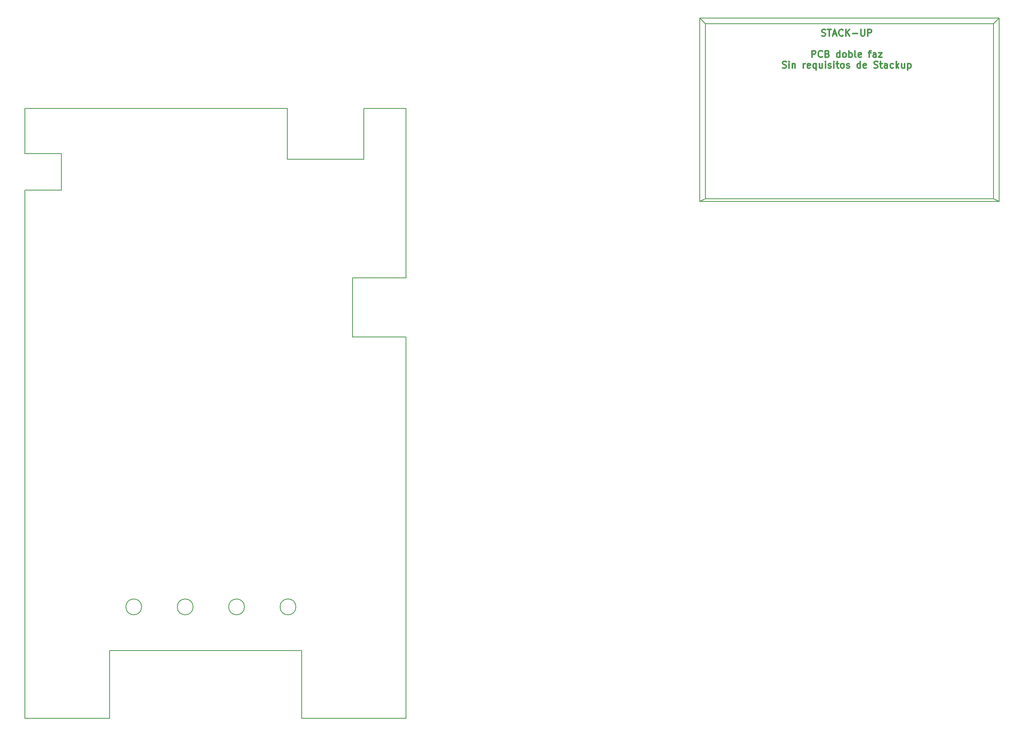
<source format=gbr>
G04 #@! TF.FileFunction,Drawing*
%FSLAX46Y46*%
G04 Gerber Fmt 4.6, Leading zero omitted, Abs format (unit mm)*
G04 Created by KiCad (PCBNEW 4.0.2+dfsg1-2~bpo8+1-stable) date lun 17 oct 2016 15:55:52 ART*
%MOMM*%
G01*
G04 APERTURE LIST*
%ADD10C,0.100000*%
%ADD11C,0.150000*%
%ADD12C,0.200000*%
%ADD13C,0.300000*%
G04 APERTURE END LIST*
D10*
D11*
X109728000Y-152781000D02*
G75*
G03X109728000Y-152781000I-1778000J0D01*
G01*
X86614000Y-152781000D02*
G75*
G03X86614000Y-152781000I-1778000J0D01*
G01*
X98171000Y-152781000D02*
G75*
G03X98171000Y-152781000I-1778000J0D01*
G01*
X121289530Y-152781000D02*
G75*
G03X121289530Y-152781000I-1782530J0D01*
G01*
X79375000Y-162560000D02*
X122555000Y-162560000D01*
X79375000Y-177800000D02*
X79375000Y-162560000D01*
X60325000Y-177800000D02*
X79375000Y-177800000D01*
X60325000Y-162560000D02*
X60325000Y-177800000D01*
X146050000Y-92075000D02*
X146050000Y-177800000D01*
X146050000Y-78740000D02*
X146050000Y-40640000D01*
X133985000Y-78740000D02*
X146050000Y-78740000D01*
X133985000Y-92075000D02*
X133985000Y-78740000D01*
X146050000Y-92075000D02*
X133985000Y-92075000D01*
X68580000Y-59055000D02*
X60325000Y-59055000D01*
X146050000Y-40640000D02*
X136525000Y-40640000D01*
X122555000Y-177800000D02*
X146050000Y-177800000D01*
X122555000Y-162560000D02*
X122555000Y-177800000D01*
X60325000Y-154940000D02*
X60325000Y-162560000D01*
X119380000Y-40640000D02*
X60325000Y-40640000D01*
X136525000Y-52070000D02*
X136525000Y-40640000D01*
X119380000Y-52070000D02*
X136525000Y-52070000D01*
X119380000Y-40640000D02*
X119380000Y-52070000D01*
X60325000Y-154940000D02*
X60325000Y-59055000D01*
X60325000Y-50800000D02*
X60325000Y-40640000D01*
X68580000Y-50800000D02*
X60325000Y-50800000D01*
X68580000Y-59055000D02*
X68580000Y-50800000D01*
D12*
X213360000Y-21590000D02*
X278130000Y-21590000D01*
X278130000Y-21590000D02*
X278130000Y-60960000D01*
X278130000Y-60960000D02*
X213360000Y-60960000D01*
X213360000Y-60960000D02*
X213360000Y-21590000D01*
X212090000Y-20320000D02*
X212090000Y-61595000D01*
X212090000Y-61595000D02*
X279400000Y-61595000D01*
X279400000Y-61595000D02*
X279400000Y-20320000D01*
X279400000Y-20320000D02*
X212090000Y-20320000D01*
X213360000Y-21590000D02*
X212090000Y-20320000D01*
X213360000Y-60960000D02*
X212090000Y-61595000D01*
X279400000Y-61595000D02*
X278130000Y-60960000D01*
X278130000Y-21590000D02*
X279400000Y-20320000D01*
X278130000Y-21590000D02*
X279400000Y-20320000D01*
X279400000Y-61595000D02*
X278130000Y-60960000D01*
X213360000Y-60960000D02*
X212090000Y-61595000D01*
X213360000Y-21590000D02*
X212090000Y-20320000D01*
X279400000Y-20320000D02*
X212090000Y-20320000D01*
X279400000Y-61595000D02*
X279400000Y-20320000D01*
X212090000Y-61595000D02*
X279400000Y-61595000D01*
X212090000Y-20320000D02*
X212090000Y-61595000D01*
X213360000Y-60960000D02*
X213360000Y-21590000D01*
X278130000Y-60960000D02*
X213360000Y-60960000D01*
X278130000Y-21590000D02*
X278130000Y-60960000D01*
X213360000Y-21590000D02*
X278130000Y-21590000D01*
X213360000Y-21590000D02*
X278130000Y-21590000D01*
X278130000Y-21590000D02*
X278130000Y-60960000D01*
X278130000Y-60960000D02*
X213360000Y-60960000D01*
X213360000Y-60960000D02*
X213360000Y-21590000D01*
D13*
X239502857Y-24312143D02*
X239717143Y-24383571D01*
X240074286Y-24383571D01*
X240217143Y-24312143D01*
X240288572Y-24240714D01*
X240360000Y-24097857D01*
X240360000Y-23955000D01*
X240288572Y-23812143D01*
X240217143Y-23740714D01*
X240074286Y-23669286D01*
X239788572Y-23597857D01*
X239645714Y-23526429D01*
X239574286Y-23455000D01*
X239502857Y-23312143D01*
X239502857Y-23169286D01*
X239574286Y-23026429D01*
X239645714Y-22955000D01*
X239788572Y-22883571D01*
X240145714Y-22883571D01*
X240360000Y-22955000D01*
X240788571Y-22883571D02*
X241645714Y-22883571D01*
X241217143Y-24383571D02*
X241217143Y-22883571D01*
X242074285Y-23955000D02*
X242788571Y-23955000D01*
X241931428Y-24383571D02*
X242431428Y-22883571D01*
X242931428Y-24383571D01*
X244288571Y-24240714D02*
X244217142Y-24312143D01*
X244002856Y-24383571D01*
X243859999Y-24383571D01*
X243645714Y-24312143D01*
X243502856Y-24169286D01*
X243431428Y-24026429D01*
X243359999Y-23740714D01*
X243359999Y-23526429D01*
X243431428Y-23240714D01*
X243502856Y-23097857D01*
X243645714Y-22955000D01*
X243859999Y-22883571D01*
X244002856Y-22883571D01*
X244217142Y-22955000D01*
X244288571Y-23026429D01*
X244931428Y-24383571D02*
X244931428Y-22883571D01*
X245788571Y-24383571D02*
X245145714Y-23526429D01*
X245788571Y-22883571D02*
X244931428Y-23740714D01*
X246431428Y-23812143D02*
X247574285Y-23812143D01*
X248288571Y-22883571D02*
X248288571Y-24097857D01*
X248359999Y-24240714D01*
X248431428Y-24312143D01*
X248574285Y-24383571D01*
X248859999Y-24383571D01*
X249002857Y-24312143D01*
X249074285Y-24240714D01*
X249145714Y-24097857D01*
X249145714Y-22883571D01*
X249860000Y-24383571D02*
X249860000Y-22883571D01*
X250431428Y-22883571D01*
X250574286Y-22955000D01*
X250645714Y-23026429D01*
X250717143Y-23169286D01*
X250717143Y-23383571D01*
X250645714Y-23526429D01*
X250574286Y-23597857D01*
X250431428Y-23669286D01*
X249860000Y-23669286D01*
X237288572Y-29183571D02*
X237288572Y-27683571D01*
X237860000Y-27683571D01*
X238002858Y-27755000D01*
X238074286Y-27826429D01*
X238145715Y-27969286D01*
X238145715Y-28183571D01*
X238074286Y-28326429D01*
X238002858Y-28397857D01*
X237860000Y-28469286D01*
X237288572Y-28469286D01*
X239645715Y-29040714D02*
X239574286Y-29112143D01*
X239360000Y-29183571D01*
X239217143Y-29183571D01*
X239002858Y-29112143D01*
X238860000Y-28969286D01*
X238788572Y-28826429D01*
X238717143Y-28540714D01*
X238717143Y-28326429D01*
X238788572Y-28040714D01*
X238860000Y-27897857D01*
X239002858Y-27755000D01*
X239217143Y-27683571D01*
X239360000Y-27683571D01*
X239574286Y-27755000D01*
X239645715Y-27826429D01*
X240788572Y-28397857D02*
X241002858Y-28469286D01*
X241074286Y-28540714D01*
X241145715Y-28683571D01*
X241145715Y-28897857D01*
X241074286Y-29040714D01*
X241002858Y-29112143D01*
X240860000Y-29183571D01*
X240288572Y-29183571D01*
X240288572Y-27683571D01*
X240788572Y-27683571D01*
X240931429Y-27755000D01*
X241002858Y-27826429D01*
X241074286Y-27969286D01*
X241074286Y-28112143D01*
X241002858Y-28255000D01*
X240931429Y-28326429D01*
X240788572Y-28397857D01*
X240288572Y-28397857D01*
X243574286Y-29183571D02*
X243574286Y-27683571D01*
X243574286Y-29112143D02*
X243431429Y-29183571D01*
X243145715Y-29183571D01*
X243002857Y-29112143D01*
X242931429Y-29040714D01*
X242860000Y-28897857D01*
X242860000Y-28469286D01*
X242931429Y-28326429D01*
X243002857Y-28255000D01*
X243145715Y-28183571D01*
X243431429Y-28183571D01*
X243574286Y-28255000D01*
X244502858Y-29183571D02*
X244360000Y-29112143D01*
X244288572Y-29040714D01*
X244217143Y-28897857D01*
X244217143Y-28469286D01*
X244288572Y-28326429D01*
X244360000Y-28255000D01*
X244502858Y-28183571D01*
X244717143Y-28183571D01*
X244860000Y-28255000D01*
X244931429Y-28326429D01*
X245002858Y-28469286D01*
X245002858Y-28897857D01*
X244931429Y-29040714D01*
X244860000Y-29112143D01*
X244717143Y-29183571D01*
X244502858Y-29183571D01*
X245645715Y-29183571D02*
X245645715Y-27683571D01*
X245645715Y-28255000D02*
X245788572Y-28183571D01*
X246074286Y-28183571D01*
X246217143Y-28255000D01*
X246288572Y-28326429D01*
X246360001Y-28469286D01*
X246360001Y-28897857D01*
X246288572Y-29040714D01*
X246217143Y-29112143D01*
X246074286Y-29183571D01*
X245788572Y-29183571D01*
X245645715Y-29112143D01*
X247217144Y-29183571D02*
X247074286Y-29112143D01*
X247002858Y-28969286D01*
X247002858Y-27683571D01*
X248360000Y-29112143D02*
X248217143Y-29183571D01*
X247931429Y-29183571D01*
X247788572Y-29112143D01*
X247717143Y-28969286D01*
X247717143Y-28397857D01*
X247788572Y-28255000D01*
X247931429Y-28183571D01*
X248217143Y-28183571D01*
X248360000Y-28255000D01*
X248431429Y-28397857D01*
X248431429Y-28540714D01*
X247717143Y-28683571D01*
X250002857Y-28183571D02*
X250574286Y-28183571D01*
X250217143Y-29183571D02*
X250217143Y-27897857D01*
X250288571Y-27755000D01*
X250431429Y-27683571D01*
X250574286Y-27683571D01*
X251717143Y-29183571D02*
X251717143Y-28397857D01*
X251645714Y-28255000D01*
X251502857Y-28183571D01*
X251217143Y-28183571D01*
X251074286Y-28255000D01*
X251717143Y-29112143D02*
X251574286Y-29183571D01*
X251217143Y-29183571D01*
X251074286Y-29112143D01*
X251002857Y-28969286D01*
X251002857Y-28826429D01*
X251074286Y-28683571D01*
X251217143Y-28612143D01*
X251574286Y-28612143D01*
X251717143Y-28540714D01*
X252288572Y-28183571D02*
X253074286Y-28183571D01*
X252288572Y-29183571D01*
X253074286Y-29183571D01*
X230681428Y-31512143D02*
X230895714Y-31583571D01*
X231252857Y-31583571D01*
X231395714Y-31512143D01*
X231467143Y-31440714D01*
X231538571Y-31297857D01*
X231538571Y-31155000D01*
X231467143Y-31012143D01*
X231395714Y-30940714D01*
X231252857Y-30869286D01*
X230967143Y-30797857D01*
X230824285Y-30726429D01*
X230752857Y-30655000D01*
X230681428Y-30512143D01*
X230681428Y-30369286D01*
X230752857Y-30226429D01*
X230824285Y-30155000D01*
X230967143Y-30083571D01*
X231324285Y-30083571D01*
X231538571Y-30155000D01*
X232181428Y-31583571D02*
X232181428Y-30583571D01*
X232181428Y-30083571D02*
X232109999Y-30155000D01*
X232181428Y-30226429D01*
X232252856Y-30155000D01*
X232181428Y-30083571D01*
X232181428Y-30226429D01*
X232895714Y-30583571D02*
X232895714Y-31583571D01*
X232895714Y-30726429D02*
X232967142Y-30655000D01*
X233110000Y-30583571D01*
X233324285Y-30583571D01*
X233467142Y-30655000D01*
X233538571Y-30797857D01*
X233538571Y-31583571D01*
X235395714Y-31583571D02*
X235395714Y-30583571D01*
X235395714Y-30869286D02*
X235467142Y-30726429D01*
X235538571Y-30655000D01*
X235681428Y-30583571D01*
X235824285Y-30583571D01*
X236895713Y-31512143D02*
X236752856Y-31583571D01*
X236467142Y-31583571D01*
X236324285Y-31512143D01*
X236252856Y-31369286D01*
X236252856Y-30797857D01*
X236324285Y-30655000D01*
X236467142Y-30583571D01*
X236752856Y-30583571D01*
X236895713Y-30655000D01*
X236967142Y-30797857D01*
X236967142Y-30940714D01*
X236252856Y-31083571D01*
X238252856Y-30583571D02*
X238252856Y-32083571D01*
X238252856Y-31512143D02*
X238109999Y-31583571D01*
X237824285Y-31583571D01*
X237681427Y-31512143D01*
X237609999Y-31440714D01*
X237538570Y-31297857D01*
X237538570Y-30869286D01*
X237609999Y-30726429D01*
X237681427Y-30655000D01*
X237824285Y-30583571D01*
X238109999Y-30583571D01*
X238252856Y-30655000D01*
X239609999Y-30583571D02*
X239609999Y-31583571D01*
X238967142Y-30583571D02*
X238967142Y-31369286D01*
X239038570Y-31512143D01*
X239181428Y-31583571D01*
X239395713Y-31583571D01*
X239538570Y-31512143D01*
X239609999Y-31440714D01*
X240324285Y-31583571D02*
X240324285Y-30583571D01*
X240324285Y-30083571D02*
X240252856Y-30155000D01*
X240324285Y-30226429D01*
X240395713Y-30155000D01*
X240324285Y-30083571D01*
X240324285Y-30226429D01*
X240967142Y-31512143D02*
X241109999Y-31583571D01*
X241395714Y-31583571D01*
X241538571Y-31512143D01*
X241609999Y-31369286D01*
X241609999Y-31297857D01*
X241538571Y-31155000D01*
X241395714Y-31083571D01*
X241181428Y-31083571D01*
X241038571Y-31012143D01*
X240967142Y-30869286D01*
X240967142Y-30797857D01*
X241038571Y-30655000D01*
X241181428Y-30583571D01*
X241395714Y-30583571D01*
X241538571Y-30655000D01*
X242252857Y-31583571D02*
X242252857Y-30583571D01*
X242252857Y-30083571D02*
X242181428Y-30155000D01*
X242252857Y-30226429D01*
X242324285Y-30155000D01*
X242252857Y-30083571D01*
X242252857Y-30226429D01*
X242752857Y-30583571D02*
X243324286Y-30583571D01*
X242967143Y-30083571D02*
X242967143Y-31369286D01*
X243038571Y-31512143D01*
X243181429Y-31583571D01*
X243324286Y-31583571D01*
X244038572Y-31583571D02*
X243895714Y-31512143D01*
X243824286Y-31440714D01*
X243752857Y-31297857D01*
X243752857Y-30869286D01*
X243824286Y-30726429D01*
X243895714Y-30655000D01*
X244038572Y-30583571D01*
X244252857Y-30583571D01*
X244395714Y-30655000D01*
X244467143Y-30726429D01*
X244538572Y-30869286D01*
X244538572Y-31297857D01*
X244467143Y-31440714D01*
X244395714Y-31512143D01*
X244252857Y-31583571D01*
X244038572Y-31583571D01*
X245110000Y-31512143D02*
X245252857Y-31583571D01*
X245538572Y-31583571D01*
X245681429Y-31512143D01*
X245752857Y-31369286D01*
X245752857Y-31297857D01*
X245681429Y-31155000D01*
X245538572Y-31083571D01*
X245324286Y-31083571D01*
X245181429Y-31012143D01*
X245110000Y-30869286D01*
X245110000Y-30797857D01*
X245181429Y-30655000D01*
X245324286Y-30583571D01*
X245538572Y-30583571D01*
X245681429Y-30655000D01*
X248181429Y-31583571D02*
X248181429Y-30083571D01*
X248181429Y-31512143D02*
X248038572Y-31583571D01*
X247752858Y-31583571D01*
X247610000Y-31512143D01*
X247538572Y-31440714D01*
X247467143Y-31297857D01*
X247467143Y-30869286D01*
X247538572Y-30726429D01*
X247610000Y-30655000D01*
X247752858Y-30583571D01*
X248038572Y-30583571D01*
X248181429Y-30655000D01*
X249467143Y-31512143D02*
X249324286Y-31583571D01*
X249038572Y-31583571D01*
X248895715Y-31512143D01*
X248824286Y-31369286D01*
X248824286Y-30797857D01*
X248895715Y-30655000D01*
X249038572Y-30583571D01*
X249324286Y-30583571D01*
X249467143Y-30655000D01*
X249538572Y-30797857D01*
X249538572Y-30940714D01*
X248824286Y-31083571D01*
X251252857Y-31512143D02*
X251467143Y-31583571D01*
X251824286Y-31583571D01*
X251967143Y-31512143D01*
X252038572Y-31440714D01*
X252110000Y-31297857D01*
X252110000Y-31155000D01*
X252038572Y-31012143D01*
X251967143Y-30940714D01*
X251824286Y-30869286D01*
X251538572Y-30797857D01*
X251395714Y-30726429D01*
X251324286Y-30655000D01*
X251252857Y-30512143D01*
X251252857Y-30369286D01*
X251324286Y-30226429D01*
X251395714Y-30155000D01*
X251538572Y-30083571D01*
X251895714Y-30083571D01*
X252110000Y-30155000D01*
X252538571Y-30583571D02*
X253110000Y-30583571D01*
X252752857Y-30083571D02*
X252752857Y-31369286D01*
X252824285Y-31512143D01*
X252967143Y-31583571D01*
X253110000Y-31583571D01*
X254252857Y-31583571D02*
X254252857Y-30797857D01*
X254181428Y-30655000D01*
X254038571Y-30583571D01*
X253752857Y-30583571D01*
X253610000Y-30655000D01*
X254252857Y-31512143D02*
X254110000Y-31583571D01*
X253752857Y-31583571D01*
X253610000Y-31512143D01*
X253538571Y-31369286D01*
X253538571Y-31226429D01*
X253610000Y-31083571D01*
X253752857Y-31012143D01*
X254110000Y-31012143D01*
X254252857Y-30940714D01*
X255610000Y-31512143D02*
X255467143Y-31583571D01*
X255181429Y-31583571D01*
X255038571Y-31512143D01*
X254967143Y-31440714D01*
X254895714Y-31297857D01*
X254895714Y-30869286D01*
X254967143Y-30726429D01*
X255038571Y-30655000D01*
X255181429Y-30583571D01*
X255467143Y-30583571D01*
X255610000Y-30655000D01*
X256252857Y-31583571D02*
X256252857Y-30083571D01*
X256395714Y-31012143D02*
X256824285Y-31583571D01*
X256824285Y-30583571D02*
X256252857Y-31155000D01*
X258110000Y-30583571D02*
X258110000Y-31583571D01*
X257467143Y-30583571D02*
X257467143Y-31369286D01*
X257538571Y-31512143D01*
X257681429Y-31583571D01*
X257895714Y-31583571D01*
X258038571Y-31512143D01*
X258110000Y-31440714D01*
X258824286Y-30583571D02*
X258824286Y-32083571D01*
X258824286Y-30655000D02*
X258967143Y-30583571D01*
X259252857Y-30583571D01*
X259395714Y-30655000D01*
X259467143Y-30726429D01*
X259538572Y-30869286D01*
X259538572Y-31297857D01*
X259467143Y-31440714D01*
X259395714Y-31512143D01*
X259252857Y-31583571D01*
X258967143Y-31583571D01*
X258824286Y-31512143D01*
D12*
X212090000Y-20320000D02*
X212090000Y-61595000D01*
X212090000Y-61595000D02*
X279400000Y-61595000D01*
X279400000Y-61595000D02*
X279400000Y-20320000D01*
X279400000Y-20320000D02*
X212090000Y-20320000D01*
X213360000Y-21590000D02*
X212090000Y-20320000D01*
X213360000Y-60960000D02*
X212090000Y-61595000D01*
X279400000Y-61595000D02*
X278130000Y-60960000D01*
X278130000Y-21590000D02*
X279400000Y-20320000D01*
X278130000Y-21590000D02*
X279400000Y-20320000D01*
X279400000Y-61595000D02*
X278130000Y-60960000D01*
X213360000Y-60960000D02*
X212090000Y-61595000D01*
X213360000Y-21590000D02*
X212090000Y-20320000D01*
X279400000Y-20320000D02*
X212090000Y-20320000D01*
X279400000Y-61595000D02*
X279400000Y-20320000D01*
X212090000Y-61595000D02*
X279400000Y-61595000D01*
X212090000Y-20320000D02*
X212090000Y-61595000D01*
X213360000Y-60960000D02*
X213360000Y-21590000D01*
X278130000Y-60960000D02*
X213360000Y-60960000D01*
X278130000Y-21590000D02*
X278130000Y-60960000D01*
X213360000Y-21590000D02*
X278130000Y-21590000D01*
M02*

</source>
